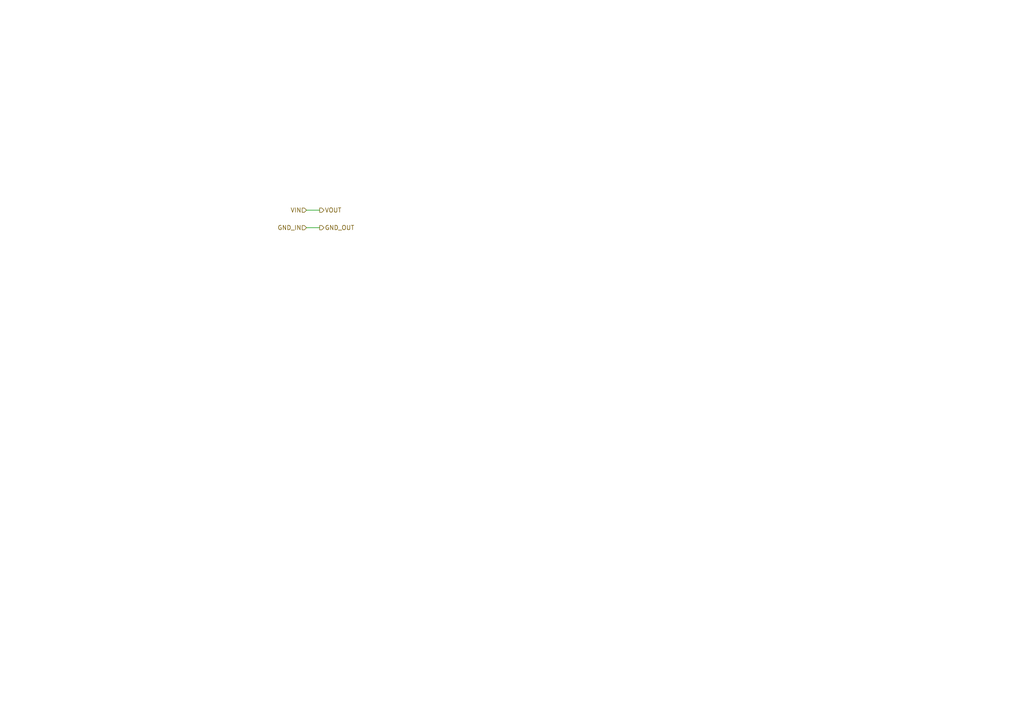
<source format=kicad_sch>
(kicad_sch (version 20210126) (generator eeschema)

  (paper "A4")

  (lib_symbols
  )


  (wire (pts (xy 88.9 60.96) (xy 92.71 60.96))
    (stroke (width 0) (type solid) (color 0 0 0 0))
    (uuid 7ecc5ca8-09f0-4423-a826-411ea7e3b984)
  )
  (wire (pts (xy 88.9 66.04) (xy 92.71 66.04))
    (stroke (width 0) (type solid) (color 0 0 0 0))
    (uuid 22abc8f7-2725-4459-a73a-7780855aab55)
  )

  (hierarchical_label "VIN" (shape input) (at 88.9 60.96 180)
    (effects (font (size 1.27 1.27)) (justify right))
    (uuid efd08090-d52a-489e-a2e5-f9da151038da)
  )
  (hierarchical_label "GND_IN" (shape input) (at 88.9 66.04 180)
    (effects (font (size 1.27 1.27)) (justify right))
    (uuid bfd6e36e-6152-464d-8d13-29bbeea52562)
  )
  (hierarchical_label "VOUT" (shape output) (at 92.71 60.96 0)
    (effects (font (size 1.27 1.27)) (justify left))
    (uuid 15993db0-0eda-4835-af16-f7d957d78553)
  )
  (hierarchical_label "GND_OUT" (shape output) (at 92.71 66.04 0)
    (effects (font (size 1.27 1.27)) (justify left))
    (uuid dad3d540-7c76-4f2f-9d84-79bc8aedce02)
  )
)

</source>
